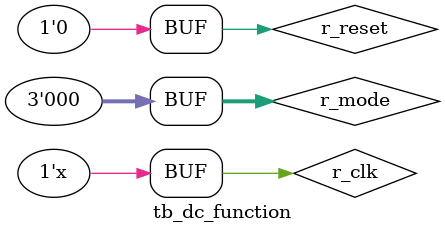
<source format=v>
`timescale 1ns / 1ps


module tb_dc_function(
    );
    reg r_clk = 0, r_reset = 0;
    reg [2:0] r_mode;
    
    wire w_ma, w_mb, w_fin;
    wire [7:0] w_ocr, w_rtime;
    
    dc_function DUT (
        .i_clk(r_clk), .i_reset(r_reset),
        .i_mode(r_mode),
        .o_ma(w_ma), .o_mb(w_mb), .o_fin(w_fin),
        .o_ocr(w_ocr), .o_rtime(w_rtime)
    );
    
    always #10 r_clk = ~r_clk;
    
    initial begin
        #00 r_clk = 0; r_reset = 0; r_mode = 0;
        #50 r_mode = 3'b001; 
        // #150 r_mode = 3'b010; 
        #250 r_mode = 0;
        #50 r_mode = 3'b010;
        #100 r_mode = 0;
        #50 r_mode = 3'b100;
        #30 r_reset = 1;
        #20 r_reset = 0;
        #200 r_mode = 0;     
    end
       
endmodule

</source>
